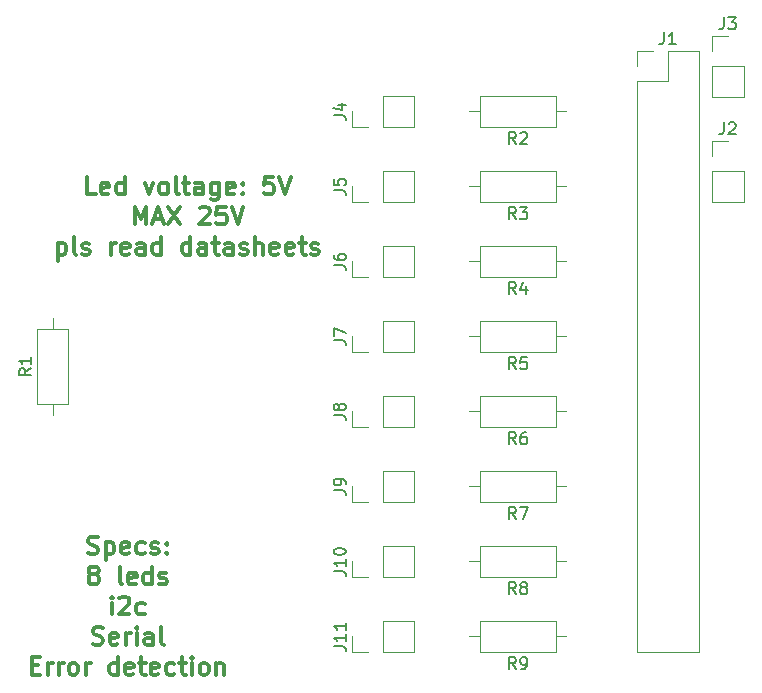
<source format=gbr>
G04 #@! TF.FileFunction,Legend,Top*
%FSLAX46Y46*%
G04 Gerber Fmt 4.6, Leading zero omitted, Abs format (unit mm)*
G04 Created by KiCad (PCBNEW 4.0.6) date Tue Nov 21 00:50:36 2017*
%MOMM*%
%LPD*%
G01*
G04 APERTURE LIST*
%ADD10C,0.100000*%
%ADD11C,0.300000*%
%ADD12C,0.120000*%
%ADD13C,0.150000*%
G04 APERTURE END LIST*
D10*
D11*
X136342857Y-137747143D02*
X136557143Y-137818571D01*
X136914286Y-137818571D01*
X137057143Y-137747143D01*
X137128572Y-137675714D01*
X137200000Y-137532857D01*
X137200000Y-137390000D01*
X137128572Y-137247143D01*
X137057143Y-137175714D01*
X136914286Y-137104286D01*
X136628572Y-137032857D01*
X136485714Y-136961429D01*
X136414286Y-136890000D01*
X136342857Y-136747143D01*
X136342857Y-136604286D01*
X136414286Y-136461429D01*
X136485714Y-136390000D01*
X136628572Y-136318571D01*
X136985714Y-136318571D01*
X137200000Y-136390000D01*
X137842857Y-136818571D02*
X137842857Y-138318571D01*
X137842857Y-136890000D02*
X137985714Y-136818571D01*
X138271428Y-136818571D01*
X138414285Y-136890000D01*
X138485714Y-136961429D01*
X138557143Y-137104286D01*
X138557143Y-137532857D01*
X138485714Y-137675714D01*
X138414285Y-137747143D01*
X138271428Y-137818571D01*
X137985714Y-137818571D01*
X137842857Y-137747143D01*
X139771428Y-137747143D02*
X139628571Y-137818571D01*
X139342857Y-137818571D01*
X139200000Y-137747143D01*
X139128571Y-137604286D01*
X139128571Y-137032857D01*
X139200000Y-136890000D01*
X139342857Y-136818571D01*
X139628571Y-136818571D01*
X139771428Y-136890000D01*
X139842857Y-137032857D01*
X139842857Y-137175714D01*
X139128571Y-137318571D01*
X141128571Y-137747143D02*
X140985714Y-137818571D01*
X140700000Y-137818571D01*
X140557142Y-137747143D01*
X140485714Y-137675714D01*
X140414285Y-137532857D01*
X140414285Y-137104286D01*
X140485714Y-136961429D01*
X140557142Y-136890000D01*
X140700000Y-136818571D01*
X140985714Y-136818571D01*
X141128571Y-136890000D01*
X141699999Y-137747143D02*
X141842856Y-137818571D01*
X142128571Y-137818571D01*
X142271428Y-137747143D01*
X142342856Y-137604286D01*
X142342856Y-137532857D01*
X142271428Y-137390000D01*
X142128571Y-137318571D01*
X141914285Y-137318571D01*
X141771428Y-137247143D01*
X141699999Y-137104286D01*
X141699999Y-137032857D01*
X141771428Y-136890000D01*
X141914285Y-136818571D01*
X142128571Y-136818571D01*
X142271428Y-136890000D01*
X142985714Y-137675714D02*
X143057142Y-137747143D01*
X142985714Y-137818571D01*
X142914285Y-137747143D01*
X142985714Y-137675714D01*
X142985714Y-137818571D01*
X142985714Y-136890000D02*
X143057142Y-136961429D01*
X142985714Y-137032857D01*
X142914285Y-136961429D01*
X142985714Y-136890000D01*
X142985714Y-137032857D01*
X136664287Y-139511429D02*
X136521429Y-139440000D01*
X136450001Y-139368571D01*
X136378572Y-139225714D01*
X136378572Y-139154286D01*
X136450001Y-139011429D01*
X136521429Y-138940000D01*
X136664287Y-138868571D01*
X136950001Y-138868571D01*
X137092858Y-138940000D01*
X137164287Y-139011429D01*
X137235715Y-139154286D01*
X137235715Y-139225714D01*
X137164287Y-139368571D01*
X137092858Y-139440000D01*
X136950001Y-139511429D01*
X136664287Y-139511429D01*
X136521429Y-139582857D01*
X136450001Y-139654286D01*
X136378572Y-139797143D01*
X136378572Y-140082857D01*
X136450001Y-140225714D01*
X136521429Y-140297143D01*
X136664287Y-140368571D01*
X136950001Y-140368571D01*
X137092858Y-140297143D01*
X137164287Y-140225714D01*
X137235715Y-140082857D01*
X137235715Y-139797143D01*
X137164287Y-139654286D01*
X137092858Y-139582857D01*
X136950001Y-139511429D01*
X139235715Y-140368571D02*
X139092857Y-140297143D01*
X139021429Y-140154286D01*
X139021429Y-138868571D01*
X140378571Y-140297143D02*
X140235714Y-140368571D01*
X139950000Y-140368571D01*
X139807143Y-140297143D01*
X139735714Y-140154286D01*
X139735714Y-139582857D01*
X139807143Y-139440000D01*
X139950000Y-139368571D01*
X140235714Y-139368571D01*
X140378571Y-139440000D01*
X140450000Y-139582857D01*
X140450000Y-139725714D01*
X139735714Y-139868571D01*
X141735714Y-140368571D02*
X141735714Y-138868571D01*
X141735714Y-140297143D02*
X141592857Y-140368571D01*
X141307143Y-140368571D01*
X141164285Y-140297143D01*
X141092857Y-140225714D01*
X141021428Y-140082857D01*
X141021428Y-139654286D01*
X141092857Y-139511429D01*
X141164285Y-139440000D01*
X141307143Y-139368571D01*
X141592857Y-139368571D01*
X141735714Y-139440000D01*
X142378571Y-140297143D02*
X142521428Y-140368571D01*
X142807143Y-140368571D01*
X142950000Y-140297143D01*
X143021428Y-140154286D01*
X143021428Y-140082857D01*
X142950000Y-139940000D01*
X142807143Y-139868571D01*
X142592857Y-139868571D01*
X142450000Y-139797143D01*
X142378571Y-139654286D01*
X142378571Y-139582857D01*
X142450000Y-139440000D01*
X142592857Y-139368571D01*
X142807143Y-139368571D01*
X142950000Y-139440000D01*
X138342858Y-142918571D02*
X138342858Y-141918571D01*
X138342858Y-141418571D02*
X138271429Y-141490000D01*
X138342858Y-141561429D01*
X138414286Y-141490000D01*
X138342858Y-141418571D01*
X138342858Y-141561429D01*
X138985715Y-141561429D02*
X139057144Y-141490000D01*
X139200001Y-141418571D01*
X139557144Y-141418571D01*
X139700001Y-141490000D01*
X139771430Y-141561429D01*
X139842858Y-141704286D01*
X139842858Y-141847143D01*
X139771430Y-142061429D01*
X138914287Y-142918571D01*
X139842858Y-142918571D01*
X141128572Y-142847143D02*
X140985715Y-142918571D01*
X140700001Y-142918571D01*
X140557143Y-142847143D01*
X140485715Y-142775714D01*
X140414286Y-142632857D01*
X140414286Y-142204286D01*
X140485715Y-142061429D01*
X140557143Y-141990000D01*
X140700001Y-141918571D01*
X140985715Y-141918571D01*
X141128572Y-141990000D01*
X136735715Y-145397143D02*
X136950001Y-145468571D01*
X137307144Y-145468571D01*
X137450001Y-145397143D01*
X137521430Y-145325714D01*
X137592858Y-145182857D01*
X137592858Y-145040000D01*
X137521430Y-144897143D01*
X137450001Y-144825714D01*
X137307144Y-144754286D01*
X137021430Y-144682857D01*
X136878572Y-144611429D01*
X136807144Y-144540000D01*
X136735715Y-144397143D01*
X136735715Y-144254286D01*
X136807144Y-144111429D01*
X136878572Y-144040000D01*
X137021430Y-143968571D01*
X137378572Y-143968571D01*
X137592858Y-144040000D01*
X138807143Y-145397143D02*
X138664286Y-145468571D01*
X138378572Y-145468571D01*
X138235715Y-145397143D01*
X138164286Y-145254286D01*
X138164286Y-144682857D01*
X138235715Y-144540000D01*
X138378572Y-144468571D01*
X138664286Y-144468571D01*
X138807143Y-144540000D01*
X138878572Y-144682857D01*
X138878572Y-144825714D01*
X138164286Y-144968571D01*
X139521429Y-145468571D02*
X139521429Y-144468571D01*
X139521429Y-144754286D02*
X139592857Y-144611429D01*
X139664286Y-144540000D01*
X139807143Y-144468571D01*
X139950000Y-144468571D01*
X140450000Y-145468571D02*
X140450000Y-144468571D01*
X140450000Y-143968571D02*
X140378571Y-144040000D01*
X140450000Y-144111429D01*
X140521428Y-144040000D01*
X140450000Y-143968571D01*
X140450000Y-144111429D01*
X141807143Y-145468571D02*
X141807143Y-144682857D01*
X141735714Y-144540000D01*
X141592857Y-144468571D01*
X141307143Y-144468571D01*
X141164286Y-144540000D01*
X141807143Y-145397143D02*
X141664286Y-145468571D01*
X141307143Y-145468571D01*
X141164286Y-145397143D01*
X141092857Y-145254286D01*
X141092857Y-145111429D01*
X141164286Y-144968571D01*
X141307143Y-144897143D01*
X141664286Y-144897143D01*
X141807143Y-144825714D01*
X142735715Y-145468571D02*
X142592857Y-145397143D01*
X142521429Y-145254286D01*
X142521429Y-143968571D01*
X131557144Y-147232857D02*
X132057144Y-147232857D01*
X132271430Y-148018571D02*
X131557144Y-148018571D01*
X131557144Y-146518571D01*
X132271430Y-146518571D01*
X132914287Y-148018571D02*
X132914287Y-147018571D01*
X132914287Y-147304286D02*
X132985715Y-147161429D01*
X133057144Y-147090000D01*
X133200001Y-147018571D01*
X133342858Y-147018571D01*
X133842858Y-148018571D02*
X133842858Y-147018571D01*
X133842858Y-147304286D02*
X133914286Y-147161429D01*
X133985715Y-147090000D01*
X134128572Y-147018571D01*
X134271429Y-147018571D01*
X134985715Y-148018571D02*
X134842857Y-147947143D01*
X134771429Y-147875714D01*
X134700000Y-147732857D01*
X134700000Y-147304286D01*
X134771429Y-147161429D01*
X134842857Y-147090000D01*
X134985715Y-147018571D01*
X135200000Y-147018571D01*
X135342857Y-147090000D01*
X135414286Y-147161429D01*
X135485715Y-147304286D01*
X135485715Y-147732857D01*
X135414286Y-147875714D01*
X135342857Y-147947143D01*
X135200000Y-148018571D01*
X134985715Y-148018571D01*
X136128572Y-148018571D02*
X136128572Y-147018571D01*
X136128572Y-147304286D02*
X136200000Y-147161429D01*
X136271429Y-147090000D01*
X136414286Y-147018571D01*
X136557143Y-147018571D01*
X138842857Y-148018571D02*
X138842857Y-146518571D01*
X138842857Y-147947143D02*
X138700000Y-148018571D01*
X138414286Y-148018571D01*
X138271428Y-147947143D01*
X138200000Y-147875714D01*
X138128571Y-147732857D01*
X138128571Y-147304286D01*
X138200000Y-147161429D01*
X138271428Y-147090000D01*
X138414286Y-147018571D01*
X138700000Y-147018571D01*
X138842857Y-147090000D01*
X140128571Y-147947143D02*
X139985714Y-148018571D01*
X139700000Y-148018571D01*
X139557143Y-147947143D01*
X139485714Y-147804286D01*
X139485714Y-147232857D01*
X139557143Y-147090000D01*
X139700000Y-147018571D01*
X139985714Y-147018571D01*
X140128571Y-147090000D01*
X140200000Y-147232857D01*
X140200000Y-147375714D01*
X139485714Y-147518571D01*
X140628571Y-147018571D02*
X141200000Y-147018571D01*
X140842857Y-146518571D02*
X140842857Y-147804286D01*
X140914285Y-147947143D01*
X141057143Y-148018571D01*
X141200000Y-148018571D01*
X142271428Y-147947143D02*
X142128571Y-148018571D01*
X141842857Y-148018571D01*
X141700000Y-147947143D01*
X141628571Y-147804286D01*
X141628571Y-147232857D01*
X141700000Y-147090000D01*
X141842857Y-147018571D01*
X142128571Y-147018571D01*
X142271428Y-147090000D01*
X142342857Y-147232857D01*
X142342857Y-147375714D01*
X141628571Y-147518571D01*
X143628571Y-147947143D02*
X143485714Y-148018571D01*
X143200000Y-148018571D01*
X143057142Y-147947143D01*
X142985714Y-147875714D01*
X142914285Y-147732857D01*
X142914285Y-147304286D01*
X142985714Y-147161429D01*
X143057142Y-147090000D01*
X143200000Y-147018571D01*
X143485714Y-147018571D01*
X143628571Y-147090000D01*
X144057142Y-147018571D02*
X144628571Y-147018571D01*
X144271428Y-146518571D02*
X144271428Y-147804286D01*
X144342856Y-147947143D01*
X144485714Y-148018571D01*
X144628571Y-148018571D01*
X145128571Y-148018571D02*
X145128571Y-147018571D01*
X145128571Y-146518571D02*
X145057142Y-146590000D01*
X145128571Y-146661429D01*
X145199999Y-146590000D01*
X145128571Y-146518571D01*
X145128571Y-146661429D01*
X146057143Y-148018571D02*
X145914285Y-147947143D01*
X145842857Y-147875714D01*
X145771428Y-147732857D01*
X145771428Y-147304286D01*
X145842857Y-147161429D01*
X145914285Y-147090000D01*
X146057143Y-147018571D01*
X146271428Y-147018571D01*
X146414285Y-147090000D01*
X146485714Y-147161429D01*
X146557143Y-147304286D01*
X146557143Y-147732857D01*
X146485714Y-147875714D01*
X146414285Y-147947143D01*
X146271428Y-148018571D01*
X146057143Y-148018571D01*
X147200000Y-147018571D02*
X147200000Y-148018571D01*
X147200000Y-147161429D02*
X147271428Y-147090000D01*
X147414286Y-147018571D01*
X147628571Y-147018571D01*
X147771428Y-147090000D01*
X147842857Y-147232857D01*
X147842857Y-148018571D01*
X136994287Y-107348571D02*
X136280001Y-107348571D01*
X136280001Y-105848571D01*
X138065715Y-107277143D02*
X137922858Y-107348571D01*
X137637144Y-107348571D01*
X137494287Y-107277143D01*
X137422858Y-107134286D01*
X137422858Y-106562857D01*
X137494287Y-106420000D01*
X137637144Y-106348571D01*
X137922858Y-106348571D01*
X138065715Y-106420000D01*
X138137144Y-106562857D01*
X138137144Y-106705714D01*
X137422858Y-106848571D01*
X139422858Y-107348571D02*
X139422858Y-105848571D01*
X139422858Y-107277143D02*
X139280001Y-107348571D01*
X138994287Y-107348571D01*
X138851429Y-107277143D01*
X138780001Y-107205714D01*
X138708572Y-107062857D01*
X138708572Y-106634286D01*
X138780001Y-106491429D01*
X138851429Y-106420000D01*
X138994287Y-106348571D01*
X139280001Y-106348571D01*
X139422858Y-106420000D01*
X141137144Y-106348571D02*
X141494287Y-107348571D01*
X141851429Y-106348571D01*
X142637144Y-107348571D02*
X142494286Y-107277143D01*
X142422858Y-107205714D01*
X142351429Y-107062857D01*
X142351429Y-106634286D01*
X142422858Y-106491429D01*
X142494286Y-106420000D01*
X142637144Y-106348571D01*
X142851429Y-106348571D01*
X142994286Y-106420000D01*
X143065715Y-106491429D01*
X143137144Y-106634286D01*
X143137144Y-107062857D01*
X143065715Y-107205714D01*
X142994286Y-107277143D01*
X142851429Y-107348571D01*
X142637144Y-107348571D01*
X143994287Y-107348571D02*
X143851429Y-107277143D01*
X143780001Y-107134286D01*
X143780001Y-105848571D01*
X144351429Y-106348571D02*
X144922858Y-106348571D01*
X144565715Y-105848571D02*
X144565715Y-107134286D01*
X144637143Y-107277143D01*
X144780001Y-107348571D01*
X144922858Y-107348571D01*
X146065715Y-107348571D02*
X146065715Y-106562857D01*
X145994286Y-106420000D01*
X145851429Y-106348571D01*
X145565715Y-106348571D01*
X145422858Y-106420000D01*
X146065715Y-107277143D02*
X145922858Y-107348571D01*
X145565715Y-107348571D01*
X145422858Y-107277143D01*
X145351429Y-107134286D01*
X145351429Y-106991429D01*
X145422858Y-106848571D01*
X145565715Y-106777143D01*
X145922858Y-106777143D01*
X146065715Y-106705714D01*
X147422858Y-106348571D02*
X147422858Y-107562857D01*
X147351429Y-107705714D01*
X147280001Y-107777143D01*
X147137144Y-107848571D01*
X146922858Y-107848571D01*
X146780001Y-107777143D01*
X147422858Y-107277143D02*
X147280001Y-107348571D01*
X146994287Y-107348571D01*
X146851429Y-107277143D01*
X146780001Y-107205714D01*
X146708572Y-107062857D01*
X146708572Y-106634286D01*
X146780001Y-106491429D01*
X146851429Y-106420000D01*
X146994287Y-106348571D01*
X147280001Y-106348571D01*
X147422858Y-106420000D01*
X148708572Y-107277143D02*
X148565715Y-107348571D01*
X148280001Y-107348571D01*
X148137144Y-107277143D01*
X148065715Y-107134286D01*
X148065715Y-106562857D01*
X148137144Y-106420000D01*
X148280001Y-106348571D01*
X148565715Y-106348571D01*
X148708572Y-106420000D01*
X148780001Y-106562857D01*
X148780001Y-106705714D01*
X148065715Y-106848571D01*
X149422858Y-107205714D02*
X149494286Y-107277143D01*
X149422858Y-107348571D01*
X149351429Y-107277143D01*
X149422858Y-107205714D01*
X149422858Y-107348571D01*
X149422858Y-106420000D02*
X149494286Y-106491429D01*
X149422858Y-106562857D01*
X149351429Y-106491429D01*
X149422858Y-106420000D01*
X149422858Y-106562857D01*
X151994287Y-105848571D02*
X151280001Y-105848571D01*
X151208572Y-106562857D01*
X151280001Y-106491429D01*
X151422858Y-106420000D01*
X151780001Y-106420000D01*
X151922858Y-106491429D01*
X151994287Y-106562857D01*
X152065715Y-106705714D01*
X152065715Y-107062857D01*
X151994287Y-107205714D01*
X151922858Y-107277143D01*
X151780001Y-107348571D01*
X151422858Y-107348571D01*
X151280001Y-107277143D01*
X151208572Y-107205714D01*
X152494286Y-105848571D02*
X152994286Y-107348571D01*
X153494286Y-105848571D01*
X140280001Y-109898571D02*
X140280001Y-108398571D01*
X140780001Y-109470000D01*
X141280001Y-108398571D01*
X141280001Y-109898571D01*
X141922858Y-109470000D02*
X142637144Y-109470000D01*
X141780001Y-109898571D02*
X142280001Y-108398571D01*
X142780001Y-109898571D01*
X143137144Y-108398571D02*
X144137144Y-109898571D01*
X144137144Y-108398571D02*
X143137144Y-109898571D01*
X145780000Y-108541429D02*
X145851429Y-108470000D01*
X145994286Y-108398571D01*
X146351429Y-108398571D01*
X146494286Y-108470000D01*
X146565715Y-108541429D01*
X146637143Y-108684286D01*
X146637143Y-108827143D01*
X146565715Y-109041429D01*
X145708572Y-109898571D01*
X146637143Y-109898571D01*
X147994286Y-108398571D02*
X147280000Y-108398571D01*
X147208571Y-109112857D01*
X147280000Y-109041429D01*
X147422857Y-108970000D01*
X147780000Y-108970000D01*
X147922857Y-109041429D01*
X147994286Y-109112857D01*
X148065714Y-109255714D01*
X148065714Y-109612857D01*
X147994286Y-109755714D01*
X147922857Y-109827143D01*
X147780000Y-109898571D01*
X147422857Y-109898571D01*
X147280000Y-109827143D01*
X147208571Y-109755714D01*
X148494285Y-108398571D02*
X148994285Y-109898571D01*
X149494285Y-108398571D01*
X133780000Y-111448571D02*
X133780000Y-112948571D01*
X133780000Y-111520000D02*
X133922857Y-111448571D01*
X134208571Y-111448571D01*
X134351428Y-111520000D01*
X134422857Y-111591429D01*
X134494286Y-111734286D01*
X134494286Y-112162857D01*
X134422857Y-112305714D01*
X134351428Y-112377143D01*
X134208571Y-112448571D01*
X133922857Y-112448571D01*
X133780000Y-112377143D01*
X135351429Y-112448571D02*
X135208571Y-112377143D01*
X135137143Y-112234286D01*
X135137143Y-110948571D01*
X135851428Y-112377143D02*
X135994285Y-112448571D01*
X136280000Y-112448571D01*
X136422857Y-112377143D01*
X136494285Y-112234286D01*
X136494285Y-112162857D01*
X136422857Y-112020000D01*
X136280000Y-111948571D01*
X136065714Y-111948571D01*
X135922857Y-111877143D01*
X135851428Y-111734286D01*
X135851428Y-111662857D01*
X135922857Y-111520000D01*
X136065714Y-111448571D01*
X136280000Y-111448571D01*
X136422857Y-111520000D01*
X138280000Y-112448571D02*
X138280000Y-111448571D01*
X138280000Y-111734286D02*
X138351428Y-111591429D01*
X138422857Y-111520000D01*
X138565714Y-111448571D01*
X138708571Y-111448571D01*
X139779999Y-112377143D02*
X139637142Y-112448571D01*
X139351428Y-112448571D01*
X139208571Y-112377143D01*
X139137142Y-112234286D01*
X139137142Y-111662857D01*
X139208571Y-111520000D01*
X139351428Y-111448571D01*
X139637142Y-111448571D01*
X139779999Y-111520000D01*
X139851428Y-111662857D01*
X139851428Y-111805714D01*
X139137142Y-111948571D01*
X141137142Y-112448571D02*
X141137142Y-111662857D01*
X141065713Y-111520000D01*
X140922856Y-111448571D01*
X140637142Y-111448571D01*
X140494285Y-111520000D01*
X141137142Y-112377143D02*
X140994285Y-112448571D01*
X140637142Y-112448571D01*
X140494285Y-112377143D01*
X140422856Y-112234286D01*
X140422856Y-112091429D01*
X140494285Y-111948571D01*
X140637142Y-111877143D01*
X140994285Y-111877143D01*
X141137142Y-111805714D01*
X142494285Y-112448571D02*
X142494285Y-110948571D01*
X142494285Y-112377143D02*
X142351428Y-112448571D01*
X142065714Y-112448571D01*
X141922856Y-112377143D01*
X141851428Y-112305714D01*
X141779999Y-112162857D01*
X141779999Y-111734286D01*
X141851428Y-111591429D01*
X141922856Y-111520000D01*
X142065714Y-111448571D01*
X142351428Y-111448571D01*
X142494285Y-111520000D01*
X144994285Y-112448571D02*
X144994285Y-110948571D01*
X144994285Y-112377143D02*
X144851428Y-112448571D01*
X144565714Y-112448571D01*
X144422856Y-112377143D01*
X144351428Y-112305714D01*
X144279999Y-112162857D01*
X144279999Y-111734286D01*
X144351428Y-111591429D01*
X144422856Y-111520000D01*
X144565714Y-111448571D01*
X144851428Y-111448571D01*
X144994285Y-111520000D01*
X146351428Y-112448571D02*
X146351428Y-111662857D01*
X146279999Y-111520000D01*
X146137142Y-111448571D01*
X145851428Y-111448571D01*
X145708571Y-111520000D01*
X146351428Y-112377143D02*
X146208571Y-112448571D01*
X145851428Y-112448571D01*
X145708571Y-112377143D01*
X145637142Y-112234286D01*
X145637142Y-112091429D01*
X145708571Y-111948571D01*
X145851428Y-111877143D01*
X146208571Y-111877143D01*
X146351428Y-111805714D01*
X146851428Y-111448571D02*
X147422857Y-111448571D01*
X147065714Y-110948571D02*
X147065714Y-112234286D01*
X147137142Y-112377143D01*
X147280000Y-112448571D01*
X147422857Y-112448571D01*
X148565714Y-112448571D02*
X148565714Y-111662857D01*
X148494285Y-111520000D01*
X148351428Y-111448571D01*
X148065714Y-111448571D01*
X147922857Y-111520000D01*
X148565714Y-112377143D02*
X148422857Y-112448571D01*
X148065714Y-112448571D01*
X147922857Y-112377143D01*
X147851428Y-112234286D01*
X147851428Y-112091429D01*
X147922857Y-111948571D01*
X148065714Y-111877143D01*
X148422857Y-111877143D01*
X148565714Y-111805714D01*
X149208571Y-112377143D02*
X149351428Y-112448571D01*
X149637143Y-112448571D01*
X149780000Y-112377143D01*
X149851428Y-112234286D01*
X149851428Y-112162857D01*
X149780000Y-112020000D01*
X149637143Y-111948571D01*
X149422857Y-111948571D01*
X149280000Y-111877143D01*
X149208571Y-111734286D01*
X149208571Y-111662857D01*
X149280000Y-111520000D01*
X149422857Y-111448571D01*
X149637143Y-111448571D01*
X149780000Y-111520000D01*
X150494286Y-112448571D02*
X150494286Y-110948571D01*
X151137143Y-112448571D02*
X151137143Y-111662857D01*
X151065714Y-111520000D01*
X150922857Y-111448571D01*
X150708572Y-111448571D01*
X150565714Y-111520000D01*
X150494286Y-111591429D01*
X152422857Y-112377143D02*
X152280000Y-112448571D01*
X151994286Y-112448571D01*
X151851429Y-112377143D01*
X151780000Y-112234286D01*
X151780000Y-111662857D01*
X151851429Y-111520000D01*
X151994286Y-111448571D01*
X152280000Y-111448571D01*
X152422857Y-111520000D01*
X152494286Y-111662857D01*
X152494286Y-111805714D01*
X151780000Y-111948571D01*
X153708571Y-112377143D02*
X153565714Y-112448571D01*
X153280000Y-112448571D01*
X153137143Y-112377143D01*
X153065714Y-112234286D01*
X153065714Y-111662857D01*
X153137143Y-111520000D01*
X153280000Y-111448571D01*
X153565714Y-111448571D01*
X153708571Y-111520000D01*
X153780000Y-111662857D01*
X153780000Y-111805714D01*
X153065714Y-111948571D01*
X154208571Y-111448571D02*
X154780000Y-111448571D01*
X154422857Y-110948571D02*
X154422857Y-112234286D01*
X154494285Y-112377143D01*
X154637143Y-112448571D01*
X154780000Y-112448571D01*
X155208571Y-112377143D02*
X155351428Y-112448571D01*
X155637143Y-112448571D01*
X155780000Y-112377143D01*
X155851428Y-112234286D01*
X155851428Y-112162857D01*
X155780000Y-112020000D01*
X155637143Y-111948571D01*
X155422857Y-111948571D01*
X155280000Y-111877143D01*
X155208571Y-111734286D01*
X155208571Y-111662857D01*
X155280000Y-111520000D01*
X155422857Y-111448571D01*
X155637143Y-111448571D01*
X155780000Y-111520000D01*
D12*
X182820000Y-146110000D02*
X188020000Y-146110000D01*
X182820000Y-97790000D02*
X182820000Y-146110000D01*
X188020000Y-95190000D02*
X188020000Y-146110000D01*
X182820000Y-97790000D02*
X185420000Y-97790000D01*
X185420000Y-97790000D02*
X185420000Y-95190000D01*
X185420000Y-95190000D02*
X188020000Y-95190000D01*
X182820000Y-96520000D02*
X182820000Y-95190000D01*
X182820000Y-95190000D02*
X184150000Y-95190000D01*
X189170000Y-105410000D02*
X189170000Y-108010000D01*
X189170000Y-108010000D02*
X191830000Y-108010000D01*
X191830000Y-108010000D02*
X191830000Y-105410000D01*
X191830000Y-105410000D02*
X189170000Y-105410000D01*
X189170000Y-104140000D02*
X189170000Y-102810000D01*
X189170000Y-102810000D02*
X190500000Y-102810000D01*
X189170000Y-96520000D02*
X189170000Y-99120000D01*
X189170000Y-99120000D02*
X191830000Y-99120000D01*
X191830000Y-99120000D02*
X191830000Y-96520000D01*
X191830000Y-96520000D02*
X189170000Y-96520000D01*
X189170000Y-95250000D02*
X189170000Y-93920000D01*
X189170000Y-93920000D02*
X190500000Y-93920000D01*
X161290000Y-101660000D02*
X163890000Y-101660000D01*
X163890000Y-101660000D02*
X163890000Y-99000000D01*
X163890000Y-99000000D02*
X161290000Y-99000000D01*
X161290000Y-99000000D02*
X161290000Y-101660000D01*
X160020000Y-101660000D02*
X158690000Y-101660000D01*
X158690000Y-101660000D02*
X158690000Y-100330000D01*
X161290000Y-108010000D02*
X163890000Y-108010000D01*
X163890000Y-108010000D02*
X163890000Y-105350000D01*
X163890000Y-105350000D02*
X161290000Y-105350000D01*
X161290000Y-105350000D02*
X161290000Y-108010000D01*
X160020000Y-108010000D02*
X158690000Y-108010000D01*
X158690000Y-108010000D02*
X158690000Y-106680000D01*
X161290000Y-114360000D02*
X163890000Y-114360000D01*
X163890000Y-114360000D02*
X163890000Y-111700000D01*
X163890000Y-111700000D02*
X161290000Y-111700000D01*
X161290000Y-111700000D02*
X161290000Y-114360000D01*
X160020000Y-114360000D02*
X158690000Y-114360000D01*
X158690000Y-114360000D02*
X158690000Y-113030000D01*
X161290000Y-120710000D02*
X163890000Y-120710000D01*
X163890000Y-120710000D02*
X163890000Y-118050000D01*
X163890000Y-118050000D02*
X161290000Y-118050000D01*
X161290000Y-118050000D02*
X161290000Y-120710000D01*
X160020000Y-120710000D02*
X158690000Y-120710000D01*
X158690000Y-120710000D02*
X158690000Y-119380000D01*
X161290000Y-127060000D02*
X163890000Y-127060000D01*
X163890000Y-127060000D02*
X163890000Y-124400000D01*
X163890000Y-124400000D02*
X161290000Y-124400000D01*
X161290000Y-124400000D02*
X161290000Y-127060000D01*
X160020000Y-127060000D02*
X158690000Y-127060000D01*
X158690000Y-127060000D02*
X158690000Y-125730000D01*
X161290000Y-133410000D02*
X163890000Y-133410000D01*
X163890000Y-133410000D02*
X163890000Y-130750000D01*
X163890000Y-130750000D02*
X161290000Y-130750000D01*
X161290000Y-130750000D02*
X161290000Y-133410000D01*
X160020000Y-133410000D02*
X158690000Y-133410000D01*
X158690000Y-133410000D02*
X158690000Y-132080000D01*
X161290000Y-139760000D02*
X163890000Y-139760000D01*
X163890000Y-139760000D02*
X163890000Y-137100000D01*
X163890000Y-137100000D02*
X161290000Y-137100000D01*
X161290000Y-137100000D02*
X161290000Y-139760000D01*
X160020000Y-139760000D02*
X158690000Y-139760000D01*
X158690000Y-139760000D02*
X158690000Y-138430000D01*
X161290000Y-146110000D02*
X163890000Y-146110000D01*
X163890000Y-146110000D02*
X163890000Y-143450000D01*
X163890000Y-143450000D02*
X161290000Y-143450000D01*
X161290000Y-143450000D02*
X161290000Y-146110000D01*
X160020000Y-146110000D02*
X158690000Y-146110000D01*
X158690000Y-146110000D02*
X158690000Y-144780000D01*
X132040000Y-125130000D02*
X134660000Y-125130000D01*
X134660000Y-125130000D02*
X134660000Y-118710000D01*
X134660000Y-118710000D02*
X132040000Y-118710000D01*
X132040000Y-118710000D02*
X132040000Y-125130000D01*
X133350000Y-126020000D02*
X133350000Y-125130000D01*
X133350000Y-117820000D02*
X133350000Y-118710000D01*
X175930000Y-101640000D02*
X175930000Y-99020000D01*
X175930000Y-99020000D02*
X169510000Y-99020000D01*
X169510000Y-99020000D02*
X169510000Y-101640000D01*
X169510000Y-101640000D02*
X175930000Y-101640000D01*
X176820000Y-100330000D02*
X175930000Y-100330000D01*
X168620000Y-100330000D02*
X169510000Y-100330000D01*
X175930000Y-107990000D02*
X175930000Y-105370000D01*
X175930000Y-105370000D02*
X169510000Y-105370000D01*
X169510000Y-105370000D02*
X169510000Y-107990000D01*
X169510000Y-107990000D02*
X175930000Y-107990000D01*
X176820000Y-106680000D02*
X175930000Y-106680000D01*
X168620000Y-106680000D02*
X169510000Y-106680000D01*
X175930000Y-114340000D02*
X175930000Y-111720000D01*
X175930000Y-111720000D02*
X169510000Y-111720000D01*
X169510000Y-111720000D02*
X169510000Y-114340000D01*
X169510000Y-114340000D02*
X175930000Y-114340000D01*
X176820000Y-113030000D02*
X175930000Y-113030000D01*
X168620000Y-113030000D02*
X169510000Y-113030000D01*
X175930000Y-120690000D02*
X175930000Y-118070000D01*
X175930000Y-118070000D02*
X169510000Y-118070000D01*
X169510000Y-118070000D02*
X169510000Y-120690000D01*
X169510000Y-120690000D02*
X175930000Y-120690000D01*
X176820000Y-119380000D02*
X175930000Y-119380000D01*
X168620000Y-119380000D02*
X169510000Y-119380000D01*
X175930000Y-127040000D02*
X175930000Y-124420000D01*
X175930000Y-124420000D02*
X169510000Y-124420000D01*
X169510000Y-124420000D02*
X169510000Y-127040000D01*
X169510000Y-127040000D02*
X175930000Y-127040000D01*
X176820000Y-125730000D02*
X175930000Y-125730000D01*
X168620000Y-125730000D02*
X169510000Y-125730000D01*
X175930000Y-133390000D02*
X175930000Y-130770000D01*
X175930000Y-130770000D02*
X169510000Y-130770000D01*
X169510000Y-130770000D02*
X169510000Y-133390000D01*
X169510000Y-133390000D02*
X175930000Y-133390000D01*
X176820000Y-132080000D02*
X175930000Y-132080000D01*
X168620000Y-132080000D02*
X169510000Y-132080000D01*
X175930000Y-139740000D02*
X175930000Y-137120000D01*
X175930000Y-137120000D02*
X169510000Y-137120000D01*
X169510000Y-137120000D02*
X169510000Y-139740000D01*
X169510000Y-139740000D02*
X175930000Y-139740000D01*
X176820000Y-138430000D02*
X175930000Y-138430000D01*
X168620000Y-138430000D02*
X169510000Y-138430000D01*
X175930000Y-146090000D02*
X175930000Y-143470000D01*
X175930000Y-143470000D02*
X169510000Y-143470000D01*
X169510000Y-143470000D02*
X169510000Y-146090000D01*
X169510000Y-146090000D02*
X175930000Y-146090000D01*
X176820000Y-144780000D02*
X175930000Y-144780000D01*
X168620000Y-144780000D02*
X169510000Y-144780000D01*
D13*
X185086667Y-93642381D02*
X185086667Y-94356667D01*
X185039047Y-94499524D01*
X184943809Y-94594762D01*
X184800952Y-94642381D01*
X184705714Y-94642381D01*
X186086667Y-94642381D02*
X185515238Y-94642381D01*
X185800952Y-94642381D02*
X185800952Y-93642381D01*
X185705714Y-93785238D01*
X185610476Y-93880476D01*
X185515238Y-93928095D01*
X190166667Y-101262381D02*
X190166667Y-101976667D01*
X190119047Y-102119524D01*
X190023809Y-102214762D01*
X189880952Y-102262381D01*
X189785714Y-102262381D01*
X190595238Y-101357619D02*
X190642857Y-101310000D01*
X190738095Y-101262381D01*
X190976191Y-101262381D01*
X191071429Y-101310000D01*
X191119048Y-101357619D01*
X191166667Y-101452857D01*
X191166667Y-101548095D01*
X191119048Y-101690952D01*
X190547619Y-102262381D01*
X191166667Y-102262381D01*
X190166667Y-92372381D02*
X190166667Y-93086667D01*
X190119047Y-93229524D01*
X190023809Y-93324762D01*
X189880952Y-93372381D01*
X189785714Y-93372381D01*
X190547619Y-92372381D02*
X191166667Y-92372381D01*
X190833333Y-92753333D01*
X190976191Y-92753333D01*
X191071429Y-92800952D01*
X191119048Y-92848571D01*
X191166667Y-92943810D01*
X191166667Y-93181905D01*
X191119048Y-93277143D01*
X191071429Y-93324762D01*
X190976191Y-93372381D01*
X190690476Y-93372381D01*
X190595238Y-93324762D01*
X190547619Y-93277143D01*
X157142381Y-100663333D02*
X157856667Y-100663333D01*
X157999524Y-100710953D01*
X158094762Y-100806191D01*
X158142381Y-100949048D01*
X158142381Y-101044286D01*
X157475714Y-99758571D02*
X158142381Y-99758571D01*
X157094762Y-99996667D02*
X157809048Y-100234762D01*
X157809048Y-99615714D01*
X157142381Y-107013333D02*
X157856667Y-107013333D01*
X157999524Y-107060953D01*
X158094762Y-107156191D01*
X158142381Y-107299048D01*
X158142381Y-107394286D01*
X157142381Y-106060952D02*
X157142381Y-106537143D01*
X157618571Y-106584762D01*
X157570952Y-106537143D01*
X157523333Y-106441905D01*
X157523333Y-106203809D01*
X157570952Y-106108571D01*
X157618571Y-106060952D01*
X157713810Y-106013333D01*
X157951905Y-106013333D01*
X158047143Y-106060952D01*
X158094762Y-106108571D01*
X158142381Y-106203809D01*
X158142381Y-106441905D01*
X158094762Y-106537143D01*
X158047143Y-106584762D01*
X157142381Y-113363333D02*
X157856667Y-113363333D01*
X157999524Y-113410953D01*
X158094762Y-113506191D01*
X158142381Y-113649048D01*
X158142381Y-113744286D01*
X157142381Y-112458571D02*
X157142381Y-112649048D01*
X157190000Y-112744286D01*
X157237619Y-112791905D01*
X157380476Y-112887143D01*
X157570952Y-112934762D01*
X157951905Y-112934762D01*
X158047143Y-112887143D01*
X158094762Y-112839524D01*
X158142381Y-112744286D01*
X158142381Y-112553809D01*
X158094762Y-112458571D01*
X158047143Y-112410952D01*
X157951905Y-112363333D01*
X157713810Y-112363333D01*
X157618571Y-112410952D01*
X157570952Y-112458571D01*
X157523333Y-112553809D01*
X157523333Y-112744286D01*
X157570952Y-112839524D01*
X157618571Y-112887143D01*
X157713810Y-112934762D01*
X157142381Y-119713333D02*
X157856667Y-119713333D01*
X157999524Y-119760953D01*
X158094762Y-119856191D01*
X158142381Y-119999048D01*
X158142381Y-120094286D01*
X157142381Y-119332381D02*
X157142381Y-118665714D01*
X158142381Y-119094286D01*
X157142381Y-126063333D02*
X157856667Y-126063333D01*
X157999524Y-126110953D01*
X158094762Y-126206191D01*
X158142381Y-126349048D01*
X158142381Y-126444286D01*
X157570952Y-125444286D02*
X157523333Y-125539524D01*
X157475714Y-125587143D01*
X157380476Y-125634762D01*
X157332857Y-125634762D01*
X157237619Y-125587143D01*
X157190000Y-125539524D01*
X157142381Y-125444286D01*
X157142381Y-125253809D01*
X157190000Y-125158571D01*
X157237619Y-125110952D01*
X157332857Y-125063333D01*
X157380476Y-125063333D01*
X157475714Y-125110952D01*
X157523333Y-125158571D01*
X157570952Y-125253809D01*
X157570952Y-125444286D01*
X157618571Y-125539524D01*
X157666190Y-125587143D01*
X157761429Y-125634762D01*
X157951905Y-125634762D01*
X158047143Y-125587143D01*
X158094762Y-125539524D01*
X158142381Y-125444286D01*
X158142381Y-125253809D01*
X158094762Y-125158571D01*
X158047143Y-125110952D01*
X157951905Y-125063333D01*
X157761429Y-125063333D01*
X157666190Y-125110952D01*
X157618571Y-125158571D01*
X157570952Y-125253809D01*
X157142381Y-132413333D02*
X157856667Y-132413333D01*
X157999524Y-132460953D01*
X158094762Y-132556191D01*
X158142381Y-132699048D01*
X158142381Y-132794286D01*
X158142381Y-131889524D02*
X158142381Y-131699048D01*
X158094762Y-131603809D01*
X158047143Y-131556190D01*
X157904286Y-131460952D01*
X157713810Y-131413333D01*
X157332857Y-131413333D01*
X157237619Y-131460952D01*
X157190000Y-131508571D01*
X157142381Y-131603809D01*
X157142381Y-131794286D01*
X157190000Y-131889524D01*
X157237619Y-131937143D01*
X157332857Y-131984762D01*
X157570952Y-131984762D01*
X157666190Y-131937143D01*
X157713810Y-131889524D01*
X157761429Y-131794286D01*
X157761429Y-131603809D01*
X157713810Y-131508571D01*
X157666190Y-131460952D01*
X157570952Y-131413333D01*
X157142381Y-139239523D02*
X157856667Y-139239523D01*
X157999524Y-139287143D01*
X158094762Y-139382381D01*
X158142381Y-139525238D01*
X158142381Y-139620476D01*
X158142381Y-138239523D02*
X158142381Y-138810952D01*
X158142381Y-138525238D02*
X157142381Y-138525238D01*
X157285238Y-138620476D01*
X157380476Y-138715714D01*
X157428095Y-138810952D01*
X157142381Y-137620476D02*
X157142381Y-137525237D01*
X157190000Y-137429999D01*
X157237619Y-137382380D01*
X157332857Y-137334761D01*
X157523333Y-137287142D01*
X157761429Y-137287142D01*
X157951905Y-137334761D01*
X158047143Y-137382380D01*
X158094762Y-137429999D01*
X158142381Y-137525237D01*
X158142381Y-137620476D01*
X158094762Y-137715714D01*
X158047143Y-137763333D01*
X157951905Y-137810952D01*
X157761429Y-137858571D01*
X157523333Y-137858571D01*
X157332857Y-137810952D01*
X157237619Y-137763333D01*
X157190000Y-137715714D01*
X157142381Y-137620476D01*
X157142381Y-145589523D02*
X157856667Y-145589523D01*
X157999524Y-145637143D01*
X158094762Y-145732381D01*
X158142381Y-145875238D01*
X158142381Y-145970476D01*
X158142381Y-144589523D02*
X158142381Y-145160952D01*
X158142381Y-144875238D02*
X157142381Y-144875238D01*
X157285238Y-144970476D01*
X157380476Y-145065714D01*
X157428095Y-145160952D01*
X158142381Y-143637142D02*
X158142381Y-144208571D01*
X158142381Y-143922857D02*
X157142381Y-143922857D01*
X157285238Y-144018095D01*
X157380476Y-144113333D01*
X157428095Y-144208571D01*
X131492381Y-122086666D02*
X131016190Y-122420000D01*
X131492381Y-122658095D02*
X130492381Y-122658095D01*
X130492381Y-122277142D01*
X130540000Y-122181904D01*
X130587619Y-122134285D01*
X130682857Y-122086666D01*
X130825714Y-122086666D01*
X130920952Y-122134285D01*
X130968571Y-122181904D01*
X131016190Y-122277142D01*
X131016190Y-122658095D01*
X131492381Y-121134285D02*
X131492381Y-121705714D01*
X131492381Y-121420000D02*
X130492381Y-121420000D01*
X130635238Y-121515238D01*
X130730476Y-121610476D01*
X130778095Y-121705714D01*
X172553334Y-103092381D02*
X172220000Y-102616190D01*
X171981905Y-103092381D02*
X171981905Y-102092381D01*
X172362858Y-102092381D01*
X172458096Y-102140000D01*
X172505715Y-102187619D01*
X172553334Y-102282857D01*
X172553334Y-102425714D01*
X172505715Y-102520952D01*
X172458096Y-102568571D01*
X172362858Y-102616190D01*
X171981905Y-102616190D01*
X172934286Y-102187619D02*
X172981905Y-102140000D01*
X173077143Y-102092381D01*
X173315239Y-102092381D01*
X173410477Y-102140000D01*
X173458096Y-102187619D01*
X173505715Y-102282857D01*
X173505715Y-102378095D01*
X173458096Y-102520952D01*
X172886667Y-103092381D01*
X173505715Y-103092381D01*
X172553334Y-109442381D02*
X172220000Y-108966190D01*
X171981905Y-109442381D02*
X171981905Y-108442381D01*
X172362858Y-108442381D01*
X172458096Y-108490000D01*
X172505715Y-108537619D01*
X172553334Y-108632857D01*
X172553334Y-108775714D01*
X172505715Y-108870952D01*
X172458096Y-108918571D01*
X172362858Y-108966190D01*
X171981905Y-108966190D01*
X172886667Y-108442381D02*
X173505715Y-108442381D01*
X173172381Y-108823333D01*
X173315239Y-108823333D01*
X173410477Y-108870952D01*
X173458096Y-108918571D01*
X173505715Y-109013810D01*
X173505715Y-109251905D01*
X173458096Y-109347143D01*
X173410477Y-109394762D01*
X173315239Y-109442381D01*
X173029524Y-109442381D01*
X172934286Y-109394762D01*
X172886667Y-109347143D01*
X172553334Y-115792381D02*
X172220000Y-115316190D01*
X171981905Y-115792381D02*
X171981905Y-114792381D01*
X172362858Y-114792381D01*
X172458096Y-114840000D01*
X172505715Y-114887619D01*
X172553334Y-114982857D01*
X172553334Y-115125714D01*
X172505715Y-115220952D01*
X172458096Y-115268571D01*
X172362858Y-115316190D01*
X171981905Y-115316190D01*
X173410477Y-115125714D02*
X173410477Y-115792381D01*
X173172381Y-114744762D02*
X172934286Y-115459048D01*
X173553334Y-115459048D01*
X172553334Y-122142381D02*
X172220000Y-121666190D01*
X171981905Y-122142381D02*
X171981905Y-121142381D01*
X172362858Y-121142381D01*
X172458096Y-121190000D01*
X172505715Y-121237619D01*
X172553334Y-121332857D01*
X172553334Y-121475714D01*
X172505715Y-121570952D01*
X172458096Y-121618571D01*
X172362858Y-121666190D01*
X171981905Y-121666190D01*
X173458096Y-121142381D02*
X172981905Y-121142381D01*
X172934286Y-121618571D01*
X172981905Y-121570952D01*
X173077143Y-121523333D01*
X173315239Y-121523333D01*
X173410477Y-121570952D01*
X173458096Y-121618571D01*
X173505715Y-121713810D01*
X173505715Y-121951905D01*
X173458096Y-122047143D01*
X173410477Y-122094762D01*
X173315239Y-122142381D01*
X173077143Y-122142381D01*
X172981905Y-122094762D01*
X172934286Y-122047143D01*
X172553334Y-128492381D02*
X172220000Y-128016190D01*
X171981905Y-128492381D02*
X171981905Y-127492381D01*
X172362858Y-127492381D01*
X172458096Y-127540000D01*
X172505715Y-127587619D01*
X172553334Y-127682857D01*
X172553334Y-127825714D01*
X172505715Y-127920952D01*
X172458096Y-127968571D01*
X172362858Y-128016190D01*
X171981905Y-128016190D01*
X173410477Y-127492381D02*
X173220000Y-127492381D01*
X173124762Y-127540000D01*
X173077143Y-127587619D01*
X172981905Y-127730476D01*
X172934286Y-127920952D01*
X172934286Y-128301905D01*
X172981905Y-128397143D01*
X173029524Y-128444762D01*
X173124762Y-128492381D01*
X173315239Y-128492381D01*
X173410477Y-128444762D01*
X173458096Y-128397143D01*
X173505715Y-128301905D01*
X173505715Y-128063810D01*
X173458096Y-127968571D01*
X173410477Y-127920952D01*
X173315239Y-127873333D01*
X173124762Y-127873333D01*
X173029524Y-127920952D01*
X172981905Y-127968571D01*
X172934286Y-128063810D01*
X172553334Y-134842381D02*
X172220000Y-134366190D01*
X171981905Y-134842381D02*
X171981905Y-133842381D01*
X172362858Y-133842381D01*
X172458096Y-133890000D01*
X172505715Y-133937619D01*
X172553334Y-134032857D01*
X172553334Y-134175714D01*
X172505715Y-134270952D01*
X172458096Y-134318571D01*
X172362858Y-134366190D01*
X171981905Y-134366190D01*
X172886667Y-133842381D02*
X173553334Y-133842381D01*
X173124762Y-134842381D01*
X172553334Y-141192381D02*
X172220000Y-140716190D01*
X171981905Y-141192381D02*
X171981905Y-140192381D01*
X172362858Y-140192381D01*
X172458096Y-140240000D01*
X172505715Y-140287619D01*
X172553334Y-140382857D01*
X172553334Y-140525714D01*
X172505715Y-140620952D01*
X172458096Y-140668571D01*
X172362858Y-140716190D01*
X171981905Y-140716190D01*
X173124762Y-140620952D02*
X173029524Y-140573333D01*
X172981905Y-140525714D01*
X172934286Y-140430476D01*
X172934286Y-140382857D01*
X172981905Y-140287619D01*
X173029524Y-140240000D01*
X173124762Y-140192381D01*
X173315239Y-140192381D01*
X173410477Y-140240000D01*
X173458096Y-140287619D01*
X173505715Y-140382857D01*
X173505715Y-140430476D01*
X173458096Y-140525714D01*
X173410477Y-140573333D01*
X173315239Y-140620952D01*
X173124762Y-140620952D01*
X173029524Y-140668571D01*
X172981905Y-140716190D01*
X172934286Y-140811429D01*
X172934286Y-141001905D01*
X172981905Y-141097143D01*
X173029524Y-141144762D01*
X173124762Y-141192381D01*
X173315239Y-141192381D01*
X173410477Y-141144762D01*
X173458096Y-141097143D01*
X173505715Y-141001905D01*
X173505715Y-140811429D01*
X173458096Y-140716190D01*
X173410477Y-140668571D01*
X173315239Y-140620952D01*
X172553334Y-147542381D02*
X172220000Y-147066190D01*
X171981905Y-147542381D02*
X171981905Y-146542381D01*
X172362858Y-146542381D01*
X172458096Y-146590000D01*
X172505715Y-146637619D01*
X172553334Y-146732857D01*
X172553334Y-146875714D01*
X172505715Y-146970952D01*
X172458096Y-147018571D01*
X172362858Y-147066190D01*
X171981905Y-147066190D01*
X173029524Y-147542381D02*
X173220000Y-147542381D01*
X173315239Y-147494762D01*
X173362858Y-147447143D01*
X173458096Y-147304286D01*
X173505715Y-147113810D01*
X173505715Y-146732857D01*
X173458096Y-146637619D01*
X173410477Y-146590000D01*
X173315239Y-146542381D01*
X173124762Y-146542381D01*
X173029524Y-146590000D01*
X172981905Y-146637619D01*
X172934286Y-146732857D01*
X172934286Y-146970952D01*
X172981905Y-147066190D01*
X173029524Y-147113810D01*
X173124762Y-147161429D01*
X173315239Y-147161429D01*
X173410477Y-147113810D01*
X173458096Y-147066190D01*
X173505715Y-146970952D01*
M02*

</source>
